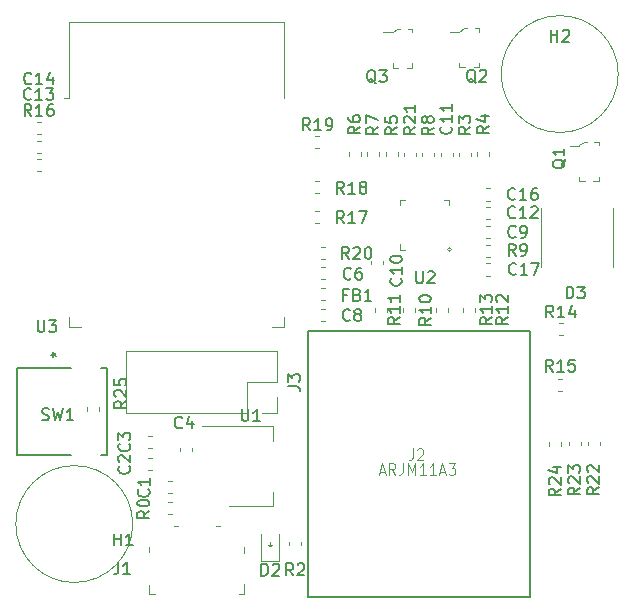
<source format=gbr>
G04 #@! TF.GenerationSoftware,KiCad,Pcbnew,(5.1.5)-3*
G04 #@! TF.CreationDate,2020-09-29T21:06:49-07:00*
G04 #@! TF.ProjectId,EsperDNS,45737065-7244-44e5-932e-6b696361645f,rev?*
G04 #@! TF.SameCoordinates,Original*
G04 #@! TF.FileFunction,Legend,Top*
G04 #@! TF.FilePolarity,Positive*
%FSLAX46Y46*%
G04 Gerber Fmt 4.6, Leading zero omitted, Abs format (unit mm)*
G04 Created by KiCad (PCBNEW (5.1.5)-3) date 2020-09-29 21:06:49*
%MOMM*%
%LPD*%
G04 APERTURE LIST*
%ADD10C,0.120000*%
%ADD11C,0.127000*%
%ADD12C,0.100000*%
%ADD13C,0.152400*%
%ADD14C,0.050000*%
%ADD15C,0.150000*%
G04 APERTURE END LIST*
D10*
X1800000Y-36950000D02*
G75*
G03X1800000Y-36950000I-4950000J0D01*
G01*
X42900000Y1150000D02*
G75*
G03X42900000Y1150000I-4950000J0D01*
G01*
X13550000Y-38700000D02*
X13400000Y-38850000D01*
X13250000Y-38700000D02*
X13550000Y-38700000D01*
X13400000Y-38850000D02*
X13250000Y-38700000D01*
X13400000Y-38450000D02*
X13400000Y-38850000D01*
D11*
X16650000Y-43100000D02*
X16650000Y-20600000D01*
X16650000Y-20600000D02*
X35400000Y-20600000D01*
X35400000Y-20600000D02*
X35400000Y-43100000D01*
X35400000Y-43100000D02*
X16650000Y-43100000D01*
D10*
X28765563Y-13710000D02*
G75*
G03X28765563Y-13710000I-155563J0D01*
G01*
X24390000Y-9490000D02*
X24390000Y-9965000D01*
X24865000Y-9490000D02*
X24390000Y-9490000D01*
X28610000Y-9490000D02*
X28610000Y-9965000D01*
X28135000Y-9490000D02*
X28610000Y-9490000D01*
X24390000Y-13710000D02*
X24390000Y-13235000D01*
X24865000Y-13710000D02*
X24390000Y-13710000D01*
D12*
X11250000Y-38900000D02*
X11250000Y-39400000D01*
X8850000Y-37150000D02*
X9150000Y-37150000D01*
X3150000Y-38900000D02*
X3150000Y-39350000D01*
X5300000Y-37150000D02*
X5600000Y-37150000D01*
X3150000Y-42100000D02*
X3150000Y-42900000D01*
X3150000Y-42900000D02*
X3650000Y-42900000D01*
X10800000Y-42900000D02*
X11250000Y-42900000D01*
X11250000Y-42900000D02*
X11250000Y-42050000D01*
D10*
X36200000Y-14870000D02*
G75*
G03X36200000Y-14870000I-100000J0D01*
G01*
X36400000Y-15170000D02*
X36400000Y-10170000D01*
X42500000Y-15170000D02*
X42500000Y-10170000D01*
D12*
X41245000Y-4590000D02*
X41245000Y-4890000D01*
X40870000Y-4590000D02*
X41245000Y-4590000D01*
X41245000Y-7890000D02*
X40795000Y-7890000D01*
X41245000Y-7590000D02*
X41245000Y-7890000D01*
X41245000Y-7665000D02*
X41245000Y-7540000D01*
X39595000Y-7890000D02*
X39595000Y-7540000D01*
X40070000Y-7890000D02*
X39595000Y-7890000D01*
X39595000Y-4915000D02*
X38820000Y-4915000D01*
X39595000Y-4865000D02*
X39595000Y-4915000D01*
X39970000Y-4590000D02*
X39595000Y-4865000D01*
X40245000Y-4590000D02*
X39970000Y-4590000D01*
X25455000Y5000000D02*
X25455000Y4700000D01*
X25080000Y5000000D02*
X25455000Y5000000D01*
X25455000Y1700000D02*
X25005000Y1700000D01*
X25455000Y2000000D02*
X25455000Y1700000D01*
X25455000Y1925000D02*
X25455000Y2050000D01*
X23805000Y1700000D02*
X23805000Y2050000D01*
X24280000Y1700000D02*
X23805000Y1700000D01*
X23805000Y4675000D02*
X23030000Y4675000D01*
X23805000Y4725000D02*
X23805000Y4675000D01*
X24180000Y5000000D02*
X23805000Y4725000D01*
X24455000Y5000000D02*
X24180000Y5000000D01*
X31115000Y5010000D02*
X31115000Y4710000D01*
X30740000Y5010000D02*
X31115000Y5010000D01*
X31115000Y1710000D02*
X30665000Y1710000D01*
X31115000Y2010000D02*
X31115000Y1710000D01*
X31115000Y1935000D02*
X31115000Y2060000D01*
X29465000Y1710000D02*
X29465000Y2060000D01*
X29940000Y1710000D02*
X29465000Y1710000D01*
X29465000Y4685000D02*
X28690000Y4685000D01*
X29465000Y4735000D02*
X29465000Y4685000D01*
X29840000Y5010000D02*
X29465000Y4735000D01*
X30115000Y5010000D02*
X29840000Y5010000D01*
D13*
X-867000Y-31083001D02*
X-412801Y-31083001D01*
X-3394326Y-23717001D02*
X-8020101Y-23717001D01*
X-412801Y-23717001D02*
X-867000Y-23717001D01*
X-412801Y-31083001D02*
X-412801Y-23717001D01*
X-8020101Y-31083001D02*
X-3394326Y-31083001D01*
X-8020101Y-23717001D02*
X-8020101Y-31083001D01*
D10*
X-2110000Y-27049721D02*
X-2110000Y-27375279D01*
X-1090000Y-27049721D02*
X-1090000Y-27375279D01*
X38090000Y-30342779D02*
X38090000Y-30017221D01*
X37070000Y-30342779D02*
X37070000Y-30017221D01*
X39715000Y-30297779D02*
X39715000Y-29972221D01*
X38695000Y-30297779D02*
X38695000Y-29972221D01*
X41340000Y-30297779D02*
X41340000Y-29972221D01*
X40320000Y-30297779D02*
X40320000Y-29972221D01*
X18062779Y-13490000D02*
X17737221Y-13490000D01*
X18062779Y-14510000D02*
X17737221Y-14510000D01*
X-3620000Y-905000D02*
X-4000000Y-905000D01*
X-3620000Y5515000D02*
X-3620000Y-905000D01*
X14620000Y5515000D02*
X14620000Y-905000D01*
X-3620000Y5515000D02*
X14620000Y5515000D01*
X14620000Y-20230000D02*
X13620000Y-20230000D01*
X14620000Y-19450000D02*
X14620000Y-20230000D01*
X-3620000Y-20230000D02*
X-2620000Y-20230000D01*
X-3620000Y-19450000D02*
X-3620000Y-20230000D01*
X25792000Y-5825279D02*
X25792000Y-5499721D01*
X24772000Y-5825279D02*
X24772000Y-5499721D01*
X31737221Y-15910000D02*
X32062779Y-15910000D01*
X31737221Y-14890000D02*
X32062779Y-14890000D01*
X31724721Y-9560000D02*
X32050279Y-9560000D01*
X31724721Y-8540000D02*
X32050279Y-8540000D01*
X17237221Y-5110000D02*
X17562779Y-5110000D01*
X17237221Y-4090000D02*
X17562779Y-4090000D01*
X17237221Y-8960000D02*
X17562779Y-8960000D01*
X17237221Y-7940000D02*
X17562779Y-7940000D01*
X17237221Y-11460000D02*
X17562779Y-11460000D01*
X17237221Y-10440000D02*
X17562779Y-10440000D01*
X-5974721Y-7060000D02*
X-6300279Y-7060000D01*
X-5974721Y-6040000D02*
X-6300279Y-6040000D01*
X37837221Y-25670000D02*
X38162779Y-25670000D01*
X37837221Y-24650000D02*
X38162779Y-24650000D01*
X38202779Y-19960000D02*
X37877221Y-19960000D01*
X38202779Y-20980000D02*
X37877221Y-20980000D01*
X28460000Y-18962779D02*
X28460000Y-18637221D01*
X27440000Y-18962779D02*
X27440000Y-18637221D01*
X30760000Y-18962779D02*
X30760000Y-18637221D01*
X29740000Y-18962779D02*
X29740000Y-18637221D01*
X23310000Y-18962779D02*
X23310000Y-18637221D01*
X22290000Y-18962779D02*
X22290000Y-18637221D01*
X25660000Y-18962779D02*
X25660000Y-18637221D01*
X24640000Y-18962779D02*
X24640000Y-18637221D01*
X31724721Y-14310000D02*
X32050279Y-14310000D01*
X31724721Y-13290000D02*
X32050279Y-13290000D01*
X27342000Y-5825279D02*
X27342000Y-5499721D01*
X26322000Y-5825279D02*
X26322000Y-5499721D01*
X21626000Y-5487221D02*
X21626000Y-5812779D01*
X22646000Y-5487221D02*
X22646000Y-5812779D01*
X20076000Y-5487221D02*
X20076000Y-5812779D01*
X21096000Y-5487221D02*
X21096000Y-5812779D01*
X23222000Y-5487221D02*
X23222000Y-5812779D01*
X24242000Y-5487221D02*
X24242000Y-5812779D01*
X31992000Y-5812779D02*
X31992000Y-5487221D01*
X30972000Y-5812779D02*
X30972000Y-5487221D01*
X30442000Y-5825279D02*
X30442000Y-5499721D01*
X29422000Y-5825279D02*
X29422000Y-5499721D01*
X-6300279Y-3960000D02*
X-5974721Y-3960000D01*
X-6300279Y-2940000D02*
X-5974721Y-2940000D01*
X-6300279Y-5510000D02*
X-5974721Y-5510000D01*
X-6300279Y-4490000D02*
X-5974721Y-4490000D01*
X31724721Y-11110000D02*
X32050279Y-11110000D01*
X31724721Y-10090000D02*
X32050279Y-10090000D01*
X28892000Y-5825279D02*
X28892000Y-5499721D01*
X27872000Y-5825279D02*
X27872000Y-5499721D01*
X21990000Y-14637221D02*
X21990000Y-14962779D01*
X23010000Y-14637221D02*
X23010000Y-14962779D01*
X31724721Y-12760000D02*
X32050279Y-12760000D01*
X31724721Y-11740000D02*
X32050279Y-11740000D01*
X18062779Y-18776000D02*
X17737221Y-18776000D01*
X18062779Y-19796000D02*
X17737221Y-19796000D01*
X13710000Y-35460000D02*
X13710000Y-34200000D01*
X13710000Y-28640000D02*
X13710000Y-29900000D01*
X9950000Y-35460000D02*
X13710000Y-35460000D01*
X7700000Y-28640000D02*
X13710000Y-28640000D01*
X14990000Y-38437221D02*
X14990000Y-38762779D01*
X16010000Y-38437221D02*
X16010000Y-38762779D01*
X5087779Y-36110000D02*
X4762221Y-36110000D01*
X5087779Y-35090000D02*
X4762221Y-35090000D01*
X14050000Y-26200000D02*
X14050000Y-27530000D01*
X14050000Y-27530000D02*
X12720000Y-27530000D01*
X14050000Y-24930000D02*
X11450000Y-24930000D01*
X11450000Y-24930000D02*
X11450000Y-27530000D01*
X11450000Y-27530000D02*
X1230000Y-27530000D01*
X1230000Y-22330000D02*
X1230000Y-27530000D01*
X14050000Y-22330000D02*
X1230000Y-22330000D01*
X14050000Y-22330000D02*
X14050000Y-24930000D01*
X18062779Y-16998000D02*
X17737221Y-16998000D01*
X18062779Y-18018000D02*
X17737221Y-18018000D01*
X14160000Y-40085000D02*
X14160000Y-37800000D01*
X12690000Y-40085000D02*
X14160000Y-40085000D01*
X12690000Y-37800000D02*
X12690000Y-40085000D01*
X18062779Y-15220000D02*
X17737221Y-15220000D01*
X18062779Y-16240000D02*
X17737221Y-16240000D01*
X6810000Y-30800279D02*
X6810000Y-30474721D01*
X5790000Y-30800279D02*
X5790000Y-30474721D01*
X3450279Y-30510000D02*
X3124721Y-30510000D01*
X3450279Y-29490000D02*
X3124721Y-29490000D01*
X3450279Y-32410000D02*
X3124721Y-32410000D01*
X3450279Y-31390000D02*
X3124721Y-31390000D01*
X5087779Y-34360000D02*
X4762221Y-34360000D01*
X5087779Y-33340000D02*
X4762221Y-33340000D01*
D14*
X25500000Y-30552380D02*
X25500000Y-31266666D01*
X25457142Y-31409523D01*
X25371428Y-31504761D01*
X25242857Y-31552380D01*
X25157142Y-31552380D01*
X25885714Y-30647619D02*
X25928571Y-30600000D01*
X26014285Y-30552380D01*
X26228571Y-30552380D01*
X26314285Y-30600000D01*
X26357142Y-30647619D01*
X26400000Y-30742857D01*
X26400000Y-30838095D01*
X26357142Y-30980952D01*
X25842857Y-31552380D01*
X26400000Y-31552380D01*
X22707142Y-32516666D02*
X23135714Y-32516666D01*
X22621428Y-32802380D02*
X22921428Y-31802380D01*
X23221428Y-32802380D01*
X24035714Y-32802380D02*
X23735714Y-32326190D01*
X23521428Y-32802380D02*
X23521428Y-31802380D01*
X23864285Y-31802380D01*
X23950000Y-31850000D01*
X23992857Y-31897619D01*
X24035714Y-31992857D01*
X24035714Y-32135714D01*
X23992857Y-32230952D01*
X23950000Y-32278571D01*
X23864285Y-32326190D01*
X23521428Y-32326190D01*
X24678571Y-31802380D02*
X24678571Y-32516666D01*
X24635714Y-32659523D01*
X24550000Y-32754761D01*
X24421428Y-32802380D01*
X24335714Y-32802380D01*
X25107142Y-32802380D02*
X25107142Y-31802380D01*
X25407142Y-32516666D01*
X25707142Y-31802380D01*
X25707142Y-32802380D01*
X26607142Y-32802380D02*
X26092857Y-32802380D01*
X26350000Y-32802380D02*
X26350000Y-31802380D01*
X26264285Y-31945238D01*
X26178571Y-32040476D01*
X26092857Y-32088095D01*
X27464285Y-32802380D02*
X26950000Y-32802380D01*
X27207142Y-32802380D02*
X27207142Y-31802380D01*
X27121428Y-31945238D01*
X27035714Y-32040476D01*
X26950000Y-32088095D01*
X27807142Y-32516666D02*
X28235714Y-32516666D01*
X27721428Y-32802380D02*
X28021428Y-31802380D01*
X28321428Y-32802380D01*
X28535714Y-31802380D02*
X29092857Y-31802380D01*
X28792857Y-32183333D01*
X28921428Y-32183333D01*
X29007142Y-32230952D01*
X29050000Y-32278571D01*
X29092857Y-32373809D01*
X29092857Y-32611904D01*
X29050000Y-32707142D01*
X29007142Y-32754761D01*
X28921428Y-32802380D01*
X28664285Y-32802380D01*
X28578571Y-32754761D01*
X28535714Y-32707142D01*
D15*
X25788095Y-15552380D02*
X25788095Y-16361904D01*
X25835714Y-16457142D01*
X25883333Y-16504761D01*
X25978571Y-16552380D01*
X26169047Y-16552380D01*
X26264285Y-16504761D01*
X26311904Y-16457142D01*
X26359523Y-16361904D01*
X26359523Y-15552380D01*
X26788095Y-15647619D02*
X26835714Y-15600000D01*
X26930952Y-15552380D01*
X27169047Y-15552380D01*
X27264285Y-15600000D01*
X27311904Y-15647619D01*
X27359523Y-15742857D01*
X27359523Y-15838095D01*
X27311904Y-15980952D01*
X26740476Y-16552380D01*
X27359523Y-16552380D01*
X566666Y-40202380D02*
X566666Y-40916666D01*
X519047Y-41059523D01*
X423809Y-41154761D01*
X280952Y-41202380D01*
X185714Y-41202380D01*
X1566666Y-41202380D02*
X995238Y-41202380D01*
X1280952Y-41202380D02*
X1280952Y-40202380D01*
X1185714Y-40345238D01*
X1090476Y-40440476D01*
X995238Y-40488095D01*
X38541904Y-17852380D02*
X38541904Y-16852380D01*
X38780000Y-16852380D01*
X38922857Y-16900000D01*
X39018095Y-16995238D01*
X39065714Y-17090476D01*
X39113333Y-17280952D01*
X39113333Y-17423809D01*
X39065714Y-17614285D01*
X39018095Y-17709523D01*
X38922857Y-17804761D01*
X38780000Y-17852380D01*
X38541904Y-17852380D01*
X39446666Y-16852380D02*
X40065714Y-16852380D01*
X39732380Y-17233333D01*
X39875238Y-17233333D01*
X39970476Y-17280952D01*
X40018095Y-17328571D01*
X40065714Y-17423809D01*
X40065714Y-17661904D01*
X40018095Y-17757142D01*
X39970476Y-17804761D01*
X39875238Y-17852380D01*
X39589523Y-17852380D01*
X39494285Y-17804761D01*
X39446666Y-17757142D01*
X38437618Y-6075238D02*
X38389999Y-6170476D01*
X38294760Y-6265714D01*
X38151903Y-6408571D01*
X38104284Y-6503809D01*
X38104284Y-6599047D01*
X38342379Y-6551428D02*
X38294760Y-6646666D01*
X38199522Y-6741904D01*
X38009046Y-6789523D01*
X37675713Y-6789523D01*
X37485237Y-6741904D01*
X37389999Y-6646666D01*
X37342379Y-6551428D01*
X37342379Y-6360952D01*
X37389999Y-6265714D01*
X37485237Y-6170476D01*
X37675713Y-6122857D01*
X38009046Y-6122857D01*
X38199522Y-6170476D01*
X38294760Y-6265714D01*
X38342379Y-6360952D01*
X38342379Y-6551428D01*
X38342379Y-5170476D02*
X38342379Y-5741904D01*
X38342379Y-5456190D02*
X37342379Y-5456190D01*
X37485237Y-5551428D01*
X37580475Y-5646666D01*
X37628094Y-5741904D01*
X22384761Y377380D02*
X22289523Y425000D01*
X22194285Y520238D01*
X22051428Y663095D01*
X21956190Y710714D01*
X21860952Y710714D01*
X21908571Y472619D02*
X21813333Y520238D01*
X21718095Y615476D01*
X21670476Y805952D01*
X21670476Y1139285D01*
X21718095Y1329761D01*
X21813333Y1425000D01*
X21908571Y1472619D01*
X22099047Y1472619D01*
X22194285Y1425000D01*
X22289523Y1329761D01*
X22337142Y1139285D01*
X22337142Y805952D01*
X22289523Y615476D01*
X22194285Y520238D01*
X22099047Y472619D01*
X21908571Y472619D01*
X22670476Y1472619D02*
X23289523Y1472619D01*
X22956190Y1091666D01*
X23099047Y1091666D01*
X23194285Y1044047D01*
X23241904Y996428D01*
X23289523Y901190D01*
X23289523Y663095D01*
X23241904Y567857D01*
X23194285Y520238D01*
X23099047Y472619D01*
X22813333Y472619D01*
X22718095Y520238D01*
X22670476Y567857D01*
X30839760Y422380D02*
X30744522Y470000D01*
X30649284Y565238D01*
X30506427Y708095D01*
X30411189Y755714D01*
X30315951Y755714D01*
X30363570Y517619D02*
X30268332Y565238D01*
X30173094Y660476D01*
X30125475Y850952D01*
X30125475Y1184285D01*
X30173094Y1374761D01*
X30268332Y1470000D01*
X30363570Y1517619D01*
X30554046Y1517619D01*
X30649284Y1470000D01*
X30744522Y1374761D01*
X30792141Y1184285D01*
X30792141Y850952D01*
X30744522Y660476D01*
X30649284Y565238D01*
X30554046Y517619D01*
X30363570Y517619D01*
X31173094Y1422380D02*
X31220713Y1470000D01*
X31315951Y1517619D01*
X31554046Y1517619D01*
X31649284Y1470000D01*
X31696903Y1422380D01*
X31744522Y1327142D01*
X31744522Y1231904D01*
X31696903Y1089047D01*
X31125475Y517619D01*
X31744522Y517619D01*
X-5883333Y-28104761D02*
X-5740476Y-28152380D01*
X-5502380Y-28152380D01*
X-5407142Y-28104761D01*
X-5359523Y-28057142D01*
X-5311904Y-27961904D01*
X-5311904Y-27866666D01*
X-5359523Y-27771428D01*
X-5407142Y-27723809D01*
X-5502380Y-27676190D01*
X-5692857Y-27628571D01*
X-5788095Y-27580952D01*
X-5835714Y-27533333D01*
X-5883333Y-27438095D01*
X-5883333Y-27342857D01*
X-5835714Y-27247619D01*
X-5788095Y-27200000D01*
X-5692857Y-27152380D01*
X-5454761Y-27152380D01*
X-5311904Y-27200000D01*
X-4978571Y-27152380D02*
X-4740476Y-28152380D01*
X-4550000Y-27438095D01*
X-4359523Y-28152380D01*
X-4121428Y-27152380D01*
X-3216666Y-28152380D02*
X-3788095Y-28152380D01*
X-3502380Y-28152380D02*
X-3502380Y-27152380D01*
X-3597619Y-27295238D01*
X-3692857Y-27390476D01*
X-3788095Y-27438095D01*
X-5097619Y-22610000D02*
X-4859523Y-22610000D01*
X-4954761Y-22848095D02*
X-4859523Y-22610000D01*
X-4954761Y-22371904D01*
X-4669047Y-22752857D02*
X-4859523Y-22610000D01*
X-4669047Y-22467142D01*
X-5097619Y-22610000D02*
X-4859523Y-22610000D01*
X-4954761Y-22848095D02*
X-4859523Y-22610000D01*
X-4954761Y-22371904D01*
X-4669047Y-22752857D02*
X-4859523Y-22610000D01*
X-4669047Y-22467142D01*
X37188095Y3897619D02*
X37188095Y4897619D01*
X37188095Y4421428D02*
X37759523Y4421428D01*
X37759523Y3897619D02*
X37759523Y4897619D01*
X38188095Y4802380D02*
X38235714Y4850000D01*
X38330952Y4897619D01*
X38569047Y4897619D01*
X38664285Y4850000D01*
X38711904Y4802380D01*
X38759523Y4707142D01*
X38759523Y4611904D01*
X38711904Y4469047D01*
X38140476Y3897619D01*
X38759523Y3897619D01*
X238095Y-38752380D02*
X238095Y-37752380D01*
X238095Y-38228571D02*
X809523Y-38228571D01*
X809523Y-38752380D02*
X809523Y-37752380D01*
X1809523Y-38752380D02*
X1238095Y-38752380D01*
X1523809Y-38752380D02*
X1523809Y-37752380D01*
X1428571Y-37895238D01*
X1333333Y-37990476D01*
X1238095Y-38038095D01*
X1252380Y-26542857D02*
X776190Y-26876190D01*
X1252380Y-27114285D02*
X252380Y-27114285D01*
X252380Y-26733333D01*
X299999Y-26638095D01*
X347619Y-26590476D01*
X442857Y-26542857D01*
X585714Y-26542857D01*
X680952Y-26590476D01*
X728571Y-26638095D01*
X776190Y-26733333D01*
X776190Y-27114285D01*
X347619Y-26161904D02*
X300000Y-26114285D01*
X252380Y-26019047D01*
X252380Y-25780952D01*
X300000Y-25685714D01*
X347619Y-25638095D01*
X442857Y-25590476D01*
X538095Y-25590476D01*
X680952Y-25638095D01*
X1252380Y-26209523D01*
X1252380Y-25590476D01*
X252380Y-24685714D02*
X252380Y-25161904D01*
X728571Y-25209523D01*
X680952Y-25161904D01*
X633333Y-25066666D01*
X633333Y-24828571D01*
X680952Y-24733333D01*
X728571Y-24685714D01*
X823809Y-24638095D01*
X1061904Y-24638095D01*
X1157142Y-24685714D01*
X1204761Y-24733333D01*
X1252380Y-24828571D01*
X1252380Y-25066666D01*
X1204761Y-25161904D01*
X1157142Y-25209523D01*
X38032380Y-33957857D02*
X37556190Y-34291190D01*
X38032380Y-34529285D02*
X37032380Y-34529285D01*
X37032380Y-34148333D01*
X37080000Y-34053095D01*
X37127619Y-34005476D01*
X37222857Y-33957857D01*
X37365714Y-33957857D01*
X37460952Y-34005476D01*
X37508571Y-34053095D01*
X37556190Y-34148333D01*
X37556190Y-34529285D01*
X37127619Y-33576904D02*
X37080000Y-33529285D01*
X37032380Y-33434047D01*
X37032380Y-33195952D01*
X37080000Y-33100714D01*
X37127619Y-33053095D01*
X37222857Y-33005476D01*
X37318095Y-33005476D01*
X37460952Y-33053095D01*
X38032380Y-33624523D01*
X38032380Y-33005476D01*
X37365714Y-32148333D02*
X38032380Y-32148333D01*
X36984761Y-32386428D02*
X37699047Y-32624523D01*
X37699047Y-32005476D01*
X39652380Y-33872857D02*
X39176190Y-34206190D01*
X39652380Y-34444285D02*
X38652380Y-34444285D01*
X38652380Y-34063333D01*
X38700000Y-33968095D01*
X38747619Y-33920476D01*
X38842857Y-33872857D01*
X38985714Y-33872857D01*
X39080952Y-33920476D01*
X39128571Y-33968095D01*
X39176190Y-34063333D01*
X39176190Y-34444285D01*
X38747619Y-33491904D02*
X38700000Y-33444285D01*
X38652380Y-33349047D01*
X38652380Y-33110952D01*
X38700000Y-33015714D01*
X38747619Y-32968095D01*
X38842857Y-32920476D01*
X38938095Y-32920476D01*
X39080952Y-32968095D01*
X39652380Y-33539523D01*
X39652380Y-32920476D01*
X38652380Y-32587142D02*
X38652380Y-31968095D01*
X39033333Y-32301428D01*
X39033333Y-32158571D01*
X39080952Y-32063333D01*
X39128571Y-32015714D01*
X39223809Y-31968095D01*
X39461904Y-31968095D01*
X39557142Y-32015714D01*
X39604761Y-32063333D01*
X39652380Y-32158571D01*
X39652380Y-32444285D01*
X39604761Y-32539523D01*
X39557142Y-32587142D01*
X41272380Y-33852857D02*
X40796190Y-34186190D01*
X41272380Y-34424285D02*
X40272380Y-34424285D01*
X40272380Y-34043333D01*
X40320000Y-33948095D01*
X40367619Y-33900476D01*
X40462857Y-33852857D01*
X40605714Y-33852857D01*
X40700952Y-33900476D01*
X40748571Y-33948095D01*
X40796190Y-34043333D01*
X40796190Y-34424285D01*
X40367619Y-33471904D02*
X40320000Y-33424285D01*
X40272380Y-33329047D01*
X40272380Y-33090952D01*
X40320000Y-32995714D01*
X40367619Y-32948095D01*
X40462857Y-32900476D01*
X40558095Y-32900476D01*
X40700952Y-32948095D01*
X41272380Y-33519523D01*
X41272380Y-32900476D01*
X40367619Y-32519523D02*
X40320000Y-32471904D01*
X40272380Y-32376666D01*
X40272380Y-32138571D01*
X40320000Y-32043333D01*
X40367619Y-31995714D01*
X40462857Y-31948095D01*
X40558095Y-31948095D01*
X40700952Y-31995714D01*
X41272380Y-32567142D01*
X41272380Y-31948095D01*
X20107142Y-14502380D02*
X19773809Y-14026190D01*
X19535714Y-14502380D02*
X19535714Y-13502380D01*
X19916666Y-13502380D01*
X20011904Y-13550000D01*
X20059523Y-13597619D01*
X20107142Y-13692857D01*
X20107142Y-13835714D01*
X20059523Y-13930952D01*
X20011904Y-13978571D01*
X19916666Y-14026190D01*
X19535714Y-14026190D01*
X20488095Y-13597619D02*
X20535714Y-13550000D01*
X20630952Y-13502380D01*
X20869047Y-13502380D01*
X20964285Y-13550000D01*
X21011904Y-13597619D01*
X21059523Y-13692857D01*
X21059523Y-13788095D01*
X21011904Y-13930952D01*
X20440476Y-14502380D01*
X21059523Y-14502380D01*
X21678571Y-13502380D02*
X21773809Y-13502380D01*
X21869047Y-13550000D01*
X21916666Y-13597619D01*
X21964285Y-13692857D01*
X22011904Y-13883333D01*
X22011904Y-14121428D01*
X21964285Y-14311904D01*
X21916666Y-14407142D01*
X21869047Y-14454761D01*
X21773809Y-14502380D01*
X21678571Y-14502380D01*
X21583333Y-14454761D01*
X21535714Y-14407142D01*
X21488095Y-14311904D01*
X21440476Y-14121428D01*
X21440476Y-13883333D01*
X21488095Y-13692857D01*
X21535714Y-13597619D01*
X21583333Y-13550000D01*
X21678571Y-13502380D01*
X-6261904Y-19677380D02*
X-6261904Y-20486904D01*
X-6214285Y-20582142D01*
X-6166666Y-20629761D01*
X-6071428Y-20677380D01*
X-5880952Y-20677380D01*
X-5785714Y-20629761D01*
X-5738095Y-20582142D01*
X-5690476Y-20486904D01*
X-5690476Y-19677380D01*
X-5309523Y-19677380D02*
X-4690476Y-19677380D01*
X-5023809Y-20058333D01*
X-4880952Y-20058333D01*
X-4785714Y-20105952D01*
X-4738095Y-20153571D01*
X-4690476Y-20248809D01*
X-4690476Y-20486904D01*
X-4738095Y-20582142D01*
X-4785714Y-20629761D01*
X-4880952Y-20677380D01*
X-5166666Y-20677380D01*
X-5261904Y-20629761D01*
X-5309523Y-20582142D01*
X25734380Y-3355357D02*
X25258190Y-3688690D01*
X25734380Y-3926785D02*
X24734380Y-3926785D01*
X24734380Y-3545833D01*
X24782000Y-3450595D01*
X24829619Y-3402976D01*
X24924857Y-3355357D01*
X25067714Y-3355357D01*
X25162952Y-3402976D01*
X25210571Y-3450595D01*
X25258190Y-3545833D01*
X25258190Y-3926785D01*
X24829619Y-2974404D02*
X24782000Y-2926785D01*
X24734380Y-2831547D01*
X24734380Y-2593452D01*
X24782000Y-2498214D01*
X24829619Y-2450595D01*
X24924857Y-2402976D01*
X25020095Y-2402976D01*
X25162952Y-2450595D01*
X25734380Y-3022023D01*
X25734380Y-2402976D01*
X25734380Y-1450595D02*
X25734380Y-2022023D01*
X25734380Y-1736309D02*
X24734380Y-1736309D01*
X24877238Y-1831547D01*
X24972476Y-1926785D01*
X25020095Y-2022023D01*
X34257142Y-15757142D02*
X34209523Y-15804761D01*
X34066666Y-15852380D01*
X33971428Y-15852380D01*
X33828571Y-15804761D01*
X33733333Y-15709523D01*
X33685714Y-15614285D01*
X33638095Y-15423809D01*
X33638095Y-15280952D01*
X33685714Y-15090476D01*
X33733333Y-14995238D01*
X33828571Y-14900000D01*
X33971428Y-14852380D01*
X34066666Y-14852380D01*
X34209523Y-14900000D01*
X34257142Y-14947619D01*
X35209523Y-15852380D02*
X34638095Y-15852380D01*
X34923809Y-15852380D02*
X34923809Y-14852380D01*
X34828571Y-14995238D01*
X34733333Y-15090476D01*
X34638095Y-15138095D01*
X35542857Y-14852380D02*
X36209523Y-14852380D01*
X35780952Y-15852380D01*
X34182142Y-9407142D02*
X34134523Y-9454761D01*
X33991666Y-9502380D01*
X33896428Y-9502380D01*
X33753571Y-9454761D01*
X33658333Y-9359523D01*
X33610714Y-9264285D01*
X33563095Y-9073809D01*
X33563095Y-8930952D01*
X33610714Y-8740476D01*
X33658333Y-8645238D01*
X33753571Y-8550000D01*
X33896428Y-8502380D01*
X33991666Y-8502380D01*
X34134523Y-8550000D01*
X34182142Y-8597619D01*
X35134523Y-9502380D02*
X34563095Y-9502380D01*
X34848809Y-9502380D02*
X34848809Y-8502380D01*
X34753571Y-8645238D01*
X34658333Y-8740476D01*
X34563095Y-8788095D01*
X35991666Y-8502380D02*
X35801190Y-8502380D01*
X35705952Y-8550000D01*
X35658333Y-8597619D01*
X35563095Y-8740476D01*
X35515476Y-8930952D01*
X35515476Y-9311904D01*
X35563095Y-9407142D01*
X35610714Y-9454761D01*
X35705952Y-9502380D01*
X35896428Y-9502380D01*
X35991666Y-9454761D01*
X36039285Y-9407142D01*
X36086904Y-9311904D01*
X36086904Y-9073809D01*
X36039285Y-8978571D01*
X35991666Y-8930952D01*
X35896428Y-8883333D01*
X35705952Y-8883333D01*
X35610714Y-8930952D01*
X35563095Y-8978571D01*
X35515476Y-9073809D01*
X16807142Y-3602380D02*
X16473809Y-3126190D01*
X16235714Y-3602380D02*
X16235714Y-2602380D01*
X16616666Y-2602380D01*
X16711904Y-2650000D01*
X16759523Y-2697619D01*
X16807142Y-2792857D01*
X16807142Y-2935714D01*
X16759523Y-3030952D01*
X16711904Y-3078571D01*
X16616666Y-3126190D01*
X16235714Y-3126190D01*
X17759523Y-3602380D02*
X17188095Y-3602380D01*
X17473809Y-3602380D02*
X17473809Y-2602380D01*
X17378571Y-2745238D01*
X17283333Y-2840476D01*
X17188095Y-2888095D01*
X18235714Y-3602380D02*
X18426190Y-3602380D01*
X18521428Y-3554761D01*
X18569047Y-3507142D01*
X18664285Y-3364285D01*
X18711904Y-3173809D01*
X18711904Y-2792857D01*
X18664285Y-2697619D01*
X18616666Y-2650000D01*
X18521428Y-2602380D01*
X18330952Y-2602380D01*
X18235714Y-2650000D01*
X18188095Y-2697619D01*
X18140476Y-2792857D01*
X18140476Y-3030952D01*
X18188095Y-3126190D01*
X18235714Y-3173809D01*
X18330952Y-3221428D01*
X18521428Y-3221428D01*
X18616666Y-3173809D01*
X18664285Y-3126190D01*
X18711904Y-3030952D01*
X19682142Y-8977380D02*
X19348809Y-8501190D01*
X19110714Y-8977380D02*
X19110714Y-7977380D01*
X19491666Y-7977380D01*
X19586904Y-8025000D01*
X19634523Y-8072619D01*
X19682142Y-8167857D01*
X19682142Y-8310714D01*
X19634523Y-8405952D01*
X19586904Y-8453571D01*
X19491666Y-8501190D01*
X19110714Y-8501190D01*
X20634523Y-8977380D02*
X20063095Y-8977380D01*
X20348809Y-8977380D02*
X20348809Y-7977380D01*
X20253571Y-8120238D01*
X20158333Y-8215476D01*
X20063095Y-8263095D01*
X21205952Y-8405952D02*
X21110714Y-8358333D01*
X21063095Y-8310714D01*
X21015476Y-8215476D01*
X21015476Y-8167857D01*
X21063095Y-8072619D01*
X21110714Y-8025000D01*
X21205952Y-7977380D01*
X21396428Y-7977380D01*
X21491666Y-8025000D01*
X21539285Y-8072619D01*
X21586904Y-8167857D01*
X21586904Y-8215476D01*
X21539285Y-8310714D01*
X21491666Y-8358333D01*
X21396428Y-8405952D01*
X21205952Y-8405952D01*
X21110714Y-8453571D01*
X21063095Y-8501190D01*
X21015476Y-8596428D01*
X21015476Y-8786904D01*
X21063095Y-8882142D01*
X21110714Y-8929761D01*
X21205952Y-8977380D01*
X21396428Y-8977380D01*
X21491666Y-8929761D01*
X21539285Y-8882142D01*
X21586904Y-8786904D01*
X21586904Y-8596428D01*
X21539285Y-8501190D01*
X21491666Y-8453571D01*
X21396428Y-8405952D01*
X19682142Y-11477380D02*
X19348809Y-11001190D01*
X19110714Y-11477380D02*
X19110714Y-10477380D01*
X19491666Y-10477380D01*
X19586904Y-10525000D01*
X19634523Y-10572619D01*
X19682142Y-10667857D01*
X19682142Y-10810714D01*
X19634523Y-10905952D01*
X19586904Y-10953571D01*
X19491666Y-11001190D01*
X19110714Y-11001190D01*
X20634523Y-11477380D02*
X20063095Y-11477380D01*
X20348809Y-11477380D02*
X20348809Y-10477380D01*
X20253571Y-10620238D01*
X20158333Y-10715476D01*
X20063095Y-10763095D01*
X20967857Y-10477380D02*
X21634523Y-10477380D01*
X21205952Y-11477380D01*
X-6792857Y-2402380D02*
X-7126190Y-1926190D01*
X-7364285Y-2402380D02*
X-7364285Y-1402380D01*
X-6983333Y-1402380D01*
X-6888095Y-1450000D01*
X-6840476Y-1497619D01*
X-6792857Y-1592857D01*
X-6792857Y-1735714D01*
X-6840476Y-1830952D01*
X-6888095Y-1878571D01*
X-6983333Y-1926190D01*
X-7364285Y-1926190D01*
X-5840476Y-2402380D02*
X-6411904Y-2402380D01*
X-6126190Y-2402380D02*
X-6126190Y-1402380D01*
X-6221428Y-1545238D01*
X-6316666Y-1640476D01*
X-6411904Y-1688095D01*
X-4983333Y-1402380D02*
X-5173809Y-1402380D01*
X-5269047Y-1450000D01*
X-5316666Y-1497619D01*
X-5411904Y-1640476D01*
X-5459523Y-1830952D01*
X-5459523Y-2211904D01*
X-5411904Y-2307142D01*
X-5364285Y-2354761D01*
X-5269047Y-2402380D01*
X-5078571Y-2402380D01*
X-4983333Y-2354761D01*
X-4935714Y-2307142D01*
X-4888095Y-2211904D01*
X-4888095Y-1973809D01*
X-4935714Y-1878571D01*
X-4983333Y-1830952D01*
X-5078571Y-1783333D01*
X-5269047Y-1783333D01*
X-5364285Y-1830952D01*
X-5411904Y-1878571D01*
X-5459523Y-1973809D01*
X37357142Y-24042380D02*
X37023809Y-23566190D01*
X36785714Y-24042380D02*
X36785714Y-23042380D01*
X37166666Y-23042380D01*
X37261904Y-23090000D01*
X37309523Y-23137619D01*
X37357142Y-23232857D01*
X37357142Y-23375714D01*
X37309523Y-23470952D01*
X37261904Y-23518571D01*
X37166666Y-23566190D01*
X36785714Y-23566190D01*
X38309523Y-24042380D02*
X37738095Y-24042380D01*
X38023809Y-24042380D02*
X38023809Y-23042380D01*
X37928571Y-23185238D01*
X37833333Y-23280476D01*
X37738095Y-23328095D01*
X39214285Y-23042380D02*
X38738095Y-23042380D01*
X38690476Y-23518571D01*
X38738095Y-23470952D01*
X38833333Y-23423333D01*
X39071428Y-23423333D01*
X39166666Y-23470952D01*
X39214285Y-23518571D01*
X39261904Y-23613809D01*
X39261904Y-23851904D01*
X39214285Y-23947142D01*
X39166666Y-23994761D01*
X39071428Y-24042380D01*
X38833333Y-24042380D01*
X38738095Y-23994761D01*
X38690476Y-23947142D01*
X37402142Y-19462380D02*
X37068809Y-18986190D01*
X36830714Y-19462380D02*
X36830714Y-18462380D01*
X37211666Y-18462380D01*
X37306904Y-18510000D01*
X37354523Y-18557619D01*
X37402142Y-18652857D01*
X37402142Y-18795714D01*
X37354523Y-18890952D01*
X37306904Y-18938571D01*
X37211666Y-18986190D01*
X36830714Y-18986190D01*
X38354523Y-19462380D02*
X37783095Y-19462380D01*
X38068809Y-19462380D02*
X38068809Y-18462380D01*
X37973571Y-18605238D01*
X37878333Y-18700476D01*
X37783095Y-18748095D01*
X39211666Y-18795714D02*
X39211666Y-19462380D01*
X38973571Y-18414761D02*
X38735476Y-19129047D01*
X39354523Y-19129047D01*
X32202380Y-19442857D02*
X31726190Y-19776190D01*
X32202380Y-20014285D02*
X31202380Y-20014285D01*
X31202380Y-19633333D01*
X31250000Y-19538095D01*
X31297619Y-19490476D01*
X31392857Y-19442857D01*
X31535714Y-19442857D01*
X31630952Y-19490476D01*
X31678571Y-19538095D01*
X31726190Y-19633333D01*
X31726190Y-20014285D01*
X32202380Y-18490476D02*
X32202380Y-19061904D01*
X32202380Y-18776190D02*
X31202380Y-18776190D01*
X31345238Y-18871428D01*
X31440476Y-18966666D01*
X31488095Y-19061904D01*
X31202380Y-18157142D02*
X31202380Y-17538095D01*
X31583333Y-17871428D01*
X31583333Y-17728571D01*
X31630952Y-17633333D01*
X31678571Y-17585714D01*
X31773809Y-17538095D01*
X32011904Y-17538095D01*
X32107142Y-17585714D01*
X32154761Y-17633333D01*
X32202380Y-17728571D01*
X32202380Y-18014285D01*
X32154761Y-18109523D01*
X32107142Y-18157142D01*
X33552380Y-19442857D02*
X33076190Y-19776190D01*
X33552380Y-20014285D02*
X32552380Y-20014285D01*
X32552380Y-19633333D01*
X32600000Y-19538095D01*
X32647619Y-19490476D01*
X32742857Y-19442857D01*
X32885714Y-19442857D01*
X32980952Y-19490476D01*
X33028571Y-19538095D01*
X33076190Y-19633333D01*
X33076190Y-20014285D01*
X33552380Y-18490476D02*
X33552380Y-19061904D01*
X33552380Y-18776190D02*
X32552380Y-18776190D01*
X32695238Y-18871428D01*
X32790476Y-18966666D01*
X32838095Y-19061904D01*
X32647619Y-18109523D02*
X32600000Y-18061904D01*
X32552380Y-17966666D01*
X32552380Y-17728571D01*
X32600000Y-17633333D01*
X32647619Y-17585714D01*
X32742857Y-17538095D01*
X32838095Y-17538095D01*
X32980952Y-17585714D01*
X33552380Y-18157142D01*
X33552380Y-17538095D01*
X24402380Y-19442857D02*
X23926190Y-19776190D01*
X24402380Y-20014285D02*
X23402380Y-20014285D01*
X23402380Y-19633333D01*
X23450000Y-19538095D01*
X23497619Y-19490476D01*
X23592857Y-19442857D01*
X23735714Y-19442857D01*
X23830952Y-19490476D01*
X23878571Y-19538095D01*
X23926190Y-19633333D01*
X23926190Y-20014285D01*
X24402380Y-18490476D02*
X24402380Y-19061904D01*
X24402380Y-18776190D02*
X23402380Y-18776190D01*
X23545238Y-18871428D01*
X23640476Y-18966666D01*
X23688095Y-19061904D01*
X24402380Y-17538095D02*
X24402380Y-18109523D01*
X24402380Y-17823809D02*
X23402380Y-17823809D01*
X23545238Y-17919047D01*
X23640476Y-18014285D01*
X23688095Y-18109523D01*
X27052380Y-19492857D02*
X26576190Y-19826190D01*
X27052380Y-20064285D02*
X26052380Y-20064285D01*
X26052380Y-19683333D01*
X26100000Y-19588095D01*
X26147619Y-19540476D01*
X26242857Y-19492857D01*
X26385714Y-19492857D01*
X26480952Y-19540476D01*
X26528571Y-19588095D01*
X26576190Y-19683333D01*
X26576190Y-20064285D01*
X27052380Y-18540476D02*
X27052380Y-19111904D01*
X27052380Y-18826190D02*
X26052380Y-18826190D01*
X26195238Y-18921428D01*
X26290476Y-19016666D01*
X26338095Y-19111904D01*
X26052380Y-17921428D02*
X26052380Y-17826190D01*
X26100000Y-17730952D01*
X26147619Y-17683333D01*
X26242857Y-17635714D01*
X26433333Y-17588095D01*
X26671428Y-17588095D01*
X26861904Y-17635714D01*
X26957142Y-17683333D01*
X27004761Y-17730952D01*
X27052380Y-17826190D01*
X27052380Y-17921428D01*
X27004761Y-18016666D01*
X26957142Y-18064285D01*
X26861904Y-18111904D01*
X26671428Y-18159523D01*
X26433333Y-18159523D01*
X26242857Y-18111904D01*
X26147619Y-18064285D01*
X26100000Y-18016666D01*
X26052380Y-17921428D01*
X34208333Y-14252380D02*
X33875000Y-13776190D01*
X33636904Y-14252380D02*
X33636904Y-13252380D01*
X34017857Y-13252380D01*
X34113095Y-13300000D01*
X34160714Y-13347619D01*
X34208333Y-13442857D01*
X34208333Y-13585714D01*
X34160714Y-13680952D01*
X34113095Y-13728571D01*
X34017857Y-13776190D01*
X33636904Y-13776190D01*
X34684523Y-14252380D02*
X34875000Y-14252380D01*
X34970238Y-14204761D01*
X35017857Y-14157142D01*
X35113095Y-14014285D01*
X35160714Y-13823809D01*
X35160714Y-13442857D01*
X35113095Y-13347619D01*
X35065476Y-13300000D01*
X34970238Y-13252380D01*
X34779761Y-13252380D01*
X34684523Y-13300000D01*
X34636904Y-13347619D01*
X34589285Y-13442857D01*
X34589285Y-13680952D01*
X34636904Y-13776190D01*
X34684523Y-13823809D01*
X34779761Y-13871428D01*
X34970238Y-13871428D01*
X35065476Y-13823809D01*
X35113095Y-13776190D01*
X35160714Y-13680952D01*
X27284380Y-3379166D02*
X26808190Y-3712500D01*
X27284380Y-3950595D02*
X26284380Y-3950595D01*
X26284380Y-3569642D01*
X26332000Y-3474404D01*
X26379619Y-3426785D01*
X26474857Y-3379166D01*
X26617714Y-3379166D01*
X26712952Y-3426785D01*
X26760571Y-3474404D01*
X26808190Y-3569642D01*
X26808190Y-3950595D01*
X26712952Y-2807738D02*
X26665333Y-2902976D01*
X26617714Y-2950595D01*
X26522476Y-2998214D01*
X26474857Y-2998214D01*
X26379619Y-2950595D01*
X26332000Y-2902976D01*
X26284380Y-2807738D01*
X26284380Y-2617261D01*
X26332000Y-2522023D01*
X26379619Y-2474404D01*
X26474857Y-2426785D01*
X26522476Y-2426785D01*
X26617714Y-2474404D01*
X26665333Y-2522023D01*
X26712952Y-2617261D01*
X26712952Y-2807738D01*
X26760571Y-2902976D01*
X26808190Y-2950595D01*
X26903428Y-2998214D01*
X27093904Y-2998214D01*
X27189142Y-2950595D01*
X27236761Y-2902976D01*
X27284380Y-2807738D01*
X27284380Y-2617261D01*
X27236761Y-2522023D01*
X27189142Y-2474404D01*
X27093904Y-2426785D01*
X26903428Y-2426785D01*
X26808190Y-2474404D01*
X26760571Y-2522023D01*
X26712952Y-2617261D01*
X22588380Y-3329166D02*
X22112190Y-3662500D01*
X22588380Y-3900595D02*
X21588380Y-3900595D01*
X21588380Y-3519642D01*
X21636000Y-3424404D01*
X21683619Y-3376785D01*
X21778857Y-3329166D01*
X21921714Y-3329166D01*
X22016952Y-3376785D01*
X22064571Y-3424404D01*
X22112190Y-3519642D01*
X22112190Y-3900595D01*
X21588380Y-2995833D02*
X21588380Y-2329166D01*
X22588380Y-2757738D01*
X21038380Y-3304166D02*
X20562190Y-3637500D01*
X21038380Y-3875595D02*
X20038380Y-3875595D01*
X20038380Y-3494642D01*
X20086000Y-3399404D01*
X20133619Y-3351785D01*
X20228857Y-3304166D01*
X20371714Y-3304166D01*
X20466952Y-3351785D01*
X20514571Y-3399404D01*
X20562190Y-3494642D01*
X20562190Y-3875595D01*
X20038380Y-2447023D02*
X20038380Y-2637500D01*
X20086000Y-2732738D01*
X20133619Y-2780357D01*
X20276476Y-2875595D01*
X20466952Y-2923214D01*
X20847904Y-2923214D01*
X20943142Y-2875595D01*
X20990761Y-2827976D01*
X21038380Y-2732738D01*
X21038380Y-2542261D01*
X20990761Y-2447023D01*
X20943142Y-2399404D01*
X20847904Y-2351785D01*
X20609809Y-2351785D01*
X20514571Y-2399404D01*
X20466952Y-2447023D01*
X20419333Y-2542261D01*
X20419333Y-2732738D01*
X20466952Y-2827976D01*
X20514571Y-2875595D01*
X20609809Y-2923214D01*
X24184380Y-3366666D02*
X23708190Y-3700000D01*
X24184380Y-3938095D02*
X23184380Y-3938095D01*
X23184380Y-3557142D01*
X23232000Y-3461904D01*
X23279619Y-3414285D01*
X23374857Y-3366666D01*
X23517714Y-3366666D01*
X23612952Y-3414285D01*
X23660571Y-3461904D01*
X23708190Y-3557142D01*
X23708190Y-3938095D01*
X23184380Y-2461904D02*
X23184380Y-2938095D01*
X23660571Y-2985714D01*
X23612952Y-2938095D01*
X23565333Y-2842857D01*
X23565333Y-2604761D01*
X23612952Y-2509523D01*
X23660571Y-2461904D01*
X23755809Y-2414285D01*
X23993904Y-2414285D01*
X24089142Y-2461904D01*
X24136761Y-2509523D01*
X24184380Y-2604761D01*
X24184380Y-2842857D01*
X24136761Y-2938095D01*
X24089142Y-2985714D01*
X31934380Y-3254166D02*
X31458190Y-3587500D01*
X31934380Y-3825595D02*
X30934380Y-3825595D01*
X30934380Y-3444642D01*
X30982000Y-3349404D01*
X31029619Y-3301785D01*
X31124857Y-3254166D01*
X31267714Y-3254166D01*
X31362952Y-3301785D01*
X31410571Y-3349404D01*
X31458190Y-3444642D01*
X31458190Y-3825595D01*
X31267714Y-2397023D02*
X31934380Y-2397023D01*
X30886761Y-2635119D02*
X31601047Y-2873214D01*
X31601047Y-2254166D01*
X30384380Y-3316666D02*
X29908190Y-3650000D01*
X30384380Y-3888095D02*
X29384380Y-3888095D01*
X29384380Y-3507142D01*
X29432000Y-3411904D01*
X29479619Y-3364285D01*
X29574857Y-3316666D01*
X29717714Y-3316666D01*
X29812952Y-3364285D01*
X29860571Y-3411904D01*
X29908190Y-3507142D01*
X29908190Y-3888095D01*
X29384380Y-2983333D02*
X29384380Y-2364285D01*
X29765333Y-2697619D01*
X29765333Y-2554761D01*
X29812952Y-2459523D01*
X29860571Y-2411904D01*
X29955809Y-2364285D01*
X30193904Y-2364285D01*
X30289142Y-2411904D01*
X30336761Y-2459523D01*
X30384380Y-2554761D01*
X30384380Y-2840476D01*
X30336761Y-2935714D01*
X30289142Y-2983333D01*
X-6792857Y367857D02*
X-6840476Y320238D01*
X-6983333Y272619D01*
X-7078571Y272619D01*
X-7221428Y320238D01*
X-7316666Y415476D01*
X-7364285Y510714D01*
X-7411904Y701190D01*
X-7411904Y844047D01*
X-7364285Y1034523D01*
X-7316666Y1129761D01*
X-7221428Y1225000D01*
X-7078571Y1272619D01*
X-6983333Y1272619D01*
X-6840476Y1225000D01*
X-6792857Y1177380D01*
X-5840476Y272619D02*
X-6411904Y272619D01*
X-6126190Y272619D02*
X-6126190Y1272619D01*
X-6221428Y1129761D01*
X-6316666Y1034523D01*
X-6411904Y986904D01*
X-4983333Y939285D02*
X-4983333Y272619D01*
X-5221428Y1320238D02*
X-5459523Y605952D01*
X-4840476Y605952D01*
X-6817857Y-957142D02*
X-6865476Y-1004761D01*
X-7008333Y-1052380D01*
X-7103571Y-1052380D01*
X-7246428Y-1004761D01*
X-7341666Y-909523D01*
X-7389285Y-814285D01*
X-7436904Y-623809D01*
X-7436904Y-480952D01*
X-7389285Y-290476D01*
X-7341666Y-195238D01*
X-7246428Y-100000D01*
X-7103571Y-52380D01*
X-7008333Y-52380D01*
X-6865476Y-100000D01*
X-6817857Y-147619D01*
X-5865476Y-1052380D02*
X-6436904Y-1052380D01*
X-6151190Y-1052380D02*
X-6151190Y-52380D01*
X-6246428Y-195238D01*
X-6341666Y-290476D01*
X-6436904Y-338095D01*
X-5532142Y-52380D02*
X-4913095Y-52380D01*
X-5246428Y-433333D01*
X-5103571Y-433333D01*
X-5008333Y-480952D01*
X-4960714Y-528571D01*
X-4913095Y-623809D01*
X-4913095Y-861904D01*
X-4960714Y-957142D01*
X-5008333Y-1004761D01*
X-5103571Y-1052380D01*
X-5389285Y-1052380D01*
X-5484523Y-1004761D01*
X-5532142Y-957142D01*
X34182142Y-10957142D02*
X34134523Y-11004761D01*
X33991666Y-11052380D01*
X33896428Y-11052380D01*
X33753571Y-11004761D01*
X33658333Y-10909523D01*
X33610714Y-10814285D01*
X33563095Y-10623809D01*
X33563095Y-10480952D01*
X33610714Y-10290476D01*
X33658333Y-10195238D01*
X33753571Y-10100000D01*
X33896428Y-10052380D01*
X33991666Y-10052380D01*
X34134523Y-10100000D01*
X34182142Y-10147619D01*
X35134523Y-11052380D02*
X34563095Y-11052380D01*
X34848809Y-11052380D02*
X34848809Y-10052380D01*
X34753571Y-10195238D01*
X34658333Y-10290476D01*
X34563095Y-10338095D01*
X35515476Y-10147619D02*
X35563095Y-10100000D01*
X35658333Y-10052380D01*
X35896428Y-10052380D01*
X35991666Y-10100000D01*
X36039285Y-10147619D01*
X36086904Y-10242857D01*
X36086904Y-10338095D01*
X36039285Y-10480952D01*
X35467857Y-11052380D01*
X36086904Y-11052380D01*
X28739142Y-3305357D02*
X28786761Y-3352976D01*
X28834380Y-3495833D01*
X28834380Y-3591071D01*
X28786761Y-3733928D01*
X28691523Y-3829166D01*
X28596285Y-3876785D01*
X28405809Y-3924404D01*
X28262952Y-3924404D01*
X28072476Y-3876785D01*
X27977238Y-3829166D01*
X27882000Y-3733928D01*
X27834380Y-3591071D01*
X27834380Y-3495833D01*
X27882000Y-3352976D01*
X27929619Y-3305357D01*
X28834380Y-2352976D02*
X28834380Y-2924404D01*
X28834380Y-2638690D02*
X27834380Y-2638690D01*
X27977238Y-2733928D01*
X28072476Y-2829166D01*
X28120095Y-2924404D01*
X28834380Y-1400595D02*
X28834380Y-1972023D01*
X28834380Y-1686309D02*
X27834380Y-1686309D01*
X27977238Y-1781547D01*
X28072476Y-1876785D01*
X28120095Y-1972023D01*
X24507142Y-16142857D02*
X24554761Y-16190476D01*
X24602380Y-16333333D01*
X24602380Y-16428571D01*
X24554761Y-16571428D01*
X24459523Y-16666666D01*
X24364285Y-16714285D01*
X24173809Y-16761904D01*
X24030952Y-16761904D01*
X23840476Y-16714285D01*
X23745238Y-16666666D01*
X23650000Y-16571428D01*
X23602380Y-16428571D01*
X23602380Y-16333333D01*
X23650000Y-16190476D01*
X23697619Y-16142857D01*
X24602380Y-15190476D02*
X24602380Y-15761904D01*
X24602380Y-15476190D02*
X23602380Y-15476190D01*
X23745238Y-15571428D01*
X23840476Y-15666666D01*
X23888095Y-15761904D01*
X23602380Y-14571428D02*
X23602380Y-14476190D01*
X23650000Y-14380952D01*
X23697619Y-14333333D01*
X23792857Y-14285714D01*
X23983333Y-14238095D01*
X24221428Y-14238095D01*
X24411904Y-14285714D01*
X24507142Y-14333333D01*
X24554761Y-14380952D01*
X24602380Y-14476190D01*
X24602380Y-14571428D01*
X24554761Y-14666666D01*
X24507142Y-14714285D01*
X24411904Y-14761904D01*
X24221428Y-14809523D01*
X23983333Y-14809523D01*
X23792857Y-14761904D01*
X23697619Y-14714285D01*
X23650000Y-14666666D01*
X23602380Y-14571428D01*
X34208333Y-12607142D02*
X34160714Y-12654761D01*
X34017857Y-12702380D01*
X33922619Y-12702380D01*
X33779761Y-12654761D01*
X33684523Y-12559523D01*
X33636904Y-12464285D01*
X33589285Y-12273809D01*
X33589285Y-12130952D01*
X33636904Y-11940476D01*
X33684523Y-11845238D01*
X33779761Y-11750000D01*
X33922619Y-11702380D01*
X34017857Y-11702380D01*
X34160714Y-11750000D01*
X34208333Y-11797619D01*
X34684523Y-12702380D02*
X34875000Y-12702380D01*
X34970238Y-12654761D01*
X35017857Y-12607142D01*
X35113095Y-12464285D01*
X35160714Y-12273809D01*
X35160714Y-11892857D01*
X35113095Y-11797619D01*
X35065476Y-11750000D01*
X34970238Y-11702380D01*
X34779761Y-11702380D01*
X34684523Y-11750000D01*
X34636904Y-11797619D01*
X34589285Y-11892857D01*
X34589285Y-12130952D01*
X34636904Y-12226190D01*
X34684523Y-12273809D01*
X34779761Y-12321428D01*
X34970238Y-12321428D01*
X35065476Y-12273809D01*
X35113095Y-12226190D01*
X35160714Y-12130952D01*
X20183333Y-19657142D02*
X20135714Y-19704761D01*
X19992857Y-19752380D01*
X19897619Y-19752380D01*
X19754761Y-19704761D01*
X19659523Y-19609523D01*
X19611904Y-19514285D01*
X19564285Y-19323809D01*
X19564285Y-19180952D01*
X19611904Y-18990476D01*
X19659523Y-18895238D01*
X19754761Y-18800000D01*
X19897619Y-18752380D01*
X19992857Y-18752380D01*
X20135714Y-18800000D01*
X20183333Y-18847619D01*
X20754761Y-19180952D02*
X20659523Y-19133333D01*
X20611904Y-19085714D01*
X20564285Y-18990476D01*
X20564285Y-18942857D01*
X20611904Y-18847619D01*
X20659523Y-18800000D01*
X20754761Y-18752380D01*
X20945238Y-18752380D01*
X21040476Y-18800000D01*
X21088095Y-18847619D01*
X21135714Y-18942857D01*
X21135714Y-18990476D01*
X21088095Y-19085714D01*
X21040476Y-19133333D01*
X20945238Y-19180952D01*
X20754761Y-19180952D01*
X20659523Y-19228571D01*
X20611904Y-19276190D01*
X20564285Y-19371428D01*
X20564285Y-19561904D01*
X20611904Y-19657142D01*
X20659523Y-19704761D01*
X20754761Y-19752380D01*
X20945238Y-19752380D01*
X21040476Y-19704761D01*
X21088095Y-19657142D01*
X21135714Y-19561904D01*
X21135714Y-19371428D01*
X21088095Y-19276190D01*
X21040476Y-19228571D01*
X20945238Y-19180952D01*
X11013095Y-27227380D02*
X11013095Y-28036904D01*
X11060714Y-28132142D01*
X11108333Y-28179761D01*
X11203571Y-28227380D01*
X11394047Y-28227380D01*
X11489285Y-28179761D01*
X11536904Y-28132142D01*
X11584523Y-28036904D01*
X11584523Y-27227380D01*
X12584523Y-28227380D02*
X12013095Y-28227380D01*
X12298809Y-28227380D02*
X12298809Y-27227380D01*
X12203571Y-27370238D01*
X12108333Y-27465476D01*
X12013095Y-27513095D01*
X15383333Y-41289880D02*
X15050000Y-40813690D01*
X14811904Y-41289880D02*
X14811904Y-40289880D01*
X15192857Y-40289880D01*
X15288095Y-40337500D01*
X15335714Y-40385119D01*
X15383333Y-40480357D01*
X15383333Y-40623214D01*
X15335714Y-40718452D01*
X15288095Y-40766071D01*
X15192857Y-40813690D01*
X14811904Y-40813690D01*
X15764285Y-40385119D02*
X15811904Y-40337500D01*
X15907142Y-40289880D01*
X16145238Y-40289880D01*
X16240476Y-40337500D01*
X16288095Y-40385119D01*
X16335714Y-40480357D01*
X16335714Y-40575595D01*
X16288095Y-40718452D01*
X15716666Y-41289880D01*
X16335714Y-41289880D01*
X3202380Y-35841666D02*
X2726190Y-36175000D01*
X3202380Y-36413095D02*
X2202380Y-36413095D01*
X2202380Y-36032142D01*
X2250000Y-35936904D01*
X2297619Y-35889285D01*
X2392857Y-35841666D01*
X2535714Y-35841666D01*
X2630952Y-35889285D01*
X2678571Y-35936904D01*
X2726190Y-36032142D01*
X2726190Y-36413095D01*
X2202380Y-35222619D02*
X2202380Y-35127380D01*
X2250000Y-35032142D01*
X2297619Y-34984523D01*
X2392857Y-34936904D01*
X2583333Y-34889285D01*
X2821428Y-34889285D01*
X3011904Y-34936904D01*
X3107142Y-34984523D01*
X3154761Y-35032142D01*
X3202380Y-35127380D01*
X3202380Y-35222619D01*
X3154761Y-35317857D01*
X3107142Y-35365476D01*
X3011904Y-35413095D01*
X2821428Y-35460714D01*
X2583333Y-35460714D01*
X2392857Y-35413095D01*
X2297619Y-35365476D01*
X2250000Y-35317857D01*
X2202380Y-35222619D01*
X14942380Y-25263333D02*
X15656666Y-25263333D01*
X15799523Y-25310952D01*
X15894761Y-25406190D01*
X15942380Y-25549047D01*
X15942380Y-25644285D01*
X14942380Y-24882380D02*
X14942380Y-24263333D01*
X15323333Y-24596666D01*
X15323333Y-24453809D01*
X15370952Y-24358571D01*
X15418571Y-24310952D01*
X15513809Y-24263333D01*
X15751904Y-24263333D01*
X15847142Y-24310952D01*
X15894761Y-24358571D01*
X15942380Y-24453809D01*
X15942380Y-24739523D01*
X15894761Y-24834761D01*
X15847142Y-24882380D01*
X19966666Y-17528571D02*
X19633333Y-17528571D01*
X19633333Y-18052380D02*
X19633333Y-17052380D01*
X20109523Y-17052380D01*
X20823809Y-17528571D02*
X20966666Y-17576190D01*
X21014285Y-17623809D01*
X21061904Y-17719047D01*
X21061904Y-17861904D01*
X21014285Y-17957142D01*
X20966666Y-18004761D01*
X20871428Y-18052380D01*
X20490476Y-18052380D01*
X20490476Y-17052380D01*
X20823809Y-17052380D01*
X20919047Y-17100000D01*
X20966666Y-17147619D01*
X21014285Y-17242857D01*
X21014285Y-17338095D01*
X20966666Y-17433333D01*
X20919047Y-17480952D01*
X20823809Y-17528571D01*
X20490476Y-17528571D01*
X22014285Y-18052380D02*
X21442857Y-18052380D01*
X21728571Y-18052380D02*
X21728571Y-17052380D01*
X21633333Y-17195238D01*
X21538095Y-17290476D01*
X21442857Y-17338095D01*
X12686904Y-41314880D02*
X12686904Y-40314880D01*
X12925000Y-40314880D01*
X13067857Y-40362500D01*
X13163095Y-40457738D01*
X13210714Y-40552976D01*
X13258333Y-40743452D01*
X13258333Y-40886309D01*
X13210714Y-41076785D01*
X13163095Y-41172023D01*
X13067857Y-41267261D01*
X12925000Y-41314880D01*
X12686904Y-41314880D01*
X13639285Y-40410119D02*
X13686904Y-40362500D01*
X13782142Y-40314880D01*
X14020238Y-40314880D01*
X14115476Y-40362500D01*
X14163095Y-40410119D01*
X14210714Y-40505357D01*
X14210714Y-40600595D01*
X14163095Y-40743452D01*
X13591666Y-41314880D01*
X14210714Y-41314880D01*
X20273333Y-16157142D02*
X20225714Y-16204761D01*
X20082857Y-16252380D01*
X19987619Y-16252380D01*
X19844761Y-16204761D01*
X19749523Y-16109523D01*
X19701904Y-16014285D01*
X19654285Y-15823809D01*
X19654285Y-15680952D01*
X19701904Y-15490476D01*
X19749523Y-15395238D01*
X19844761Y-15300000D01*
X19987619Y-15252380D01*
X20082857Y-15252380D01*
X20225714Y-15300000D01*
X20273333Y-15347619D01*
X21130476Y-15252380D02*
X20940000Y-15252380D01*
X20844761Y-15300000D01*
X20797142Y-15347619D01*
X20701904Y-15490476D01*
X20654285Y-15680952D01*
X20654285Y-16061904D01*
X20701904Y-16157142D01*
X20749523Y-16204761D01*
X20844761Y-16252380D01*
X21035238Y-16252380D01*
X21130476Y-16204761D01*
X21178095Y-16157142D01*
X21225714Y-16061904D01*
X21225714Y-15823809D01*
X21178095Y-15728571D01*
X21130476Y-15680952D01*
X21035238Y-15633333D01*
X20844761Y-15633333D01*
X20749523Y-15680952D01*
X20701904Y-15728571D01*
X20654285Y-15823809D01*
X5983333Y-28757142D02*
X5935714Y-28804761D01*
X5792857Y-28852380D01*
X5697619Y-28852380D01*
X5554761Y-28804761D01*
X5459523Y-28709523D01*
X5411904Y-28614285D01*
X5364285Y-28423809D01*
X5364285Y-28280952D01*
X5411904Y-28090476D01*
X5459523Y-27995238D01*
X5554761Y-27900000D01*
X5697619Y-27852380D01*
X5792857Y-27852380D01*
X5935714Y-27900000D01*
X5983333Y-27947619D01*
X6840476Y-28185714D02*
X6840476Y-28852380D01*
X6602380Y-27804761D02*
X6364285Y-28519047D01*
X6983333Y-28519047D01*
X1494642Y-30166666D02*
X1542261Y-30214285D01*
X1589880Y-30357142D01*
X1589880Y-30452380D01*
X1542261Y-30595238D01*
X1447023Y-30690476D01*
X1351785Y-30738095D01*
X1161309Y-30785714D01*
X1018452Y-30785714D01*
X827976Y-30738095D01*
X732738Y-30690476D01*
X637500Y-30595238D01*
X589880Y-30452380D01*
X589880Y-30357142D01*
X637500Y-30214285D01*
X685119Y-30166666D01*
X589880Y-29833333D02*
X589880Y-29214285D01*
X970833Y-29547619D01*
X970833Y-29404761D01*
X1018452Y-29309523D01*
X1066071Y-29261904D01*
X1161309Y-29214285D01*
X1399404Y-29214285D01*
X1494642Y-29261904D01*
X1542261Y-29309523D01*
X1589880Y-29404761D01*
X1589880Y-29690476D01*
X1542261Y-29785714D01*
X1494642Y-29833333D01*
X1482142Y-32066666D02*
X1529761Y-32114285D01*
X1577380Y-32257142D01*
X1577380Y-32352380D01*
X1529761Y-32495238D01*
X1434523Y-32590476D01*
X1339285Y-32638095D01*
X1148809Y-32685714D01*
X1005952Y-32685714D01*
X815476Y-32638095D01*
X720238Y-32590476D01*
X625000Y-32495238D01*
X577380Y-32352380D01*
X577380Y-32257142D01*
X625000Y-32114285D01*
X672619Y-32066666D01*
X672619Y-31685714D02*
X625000Y-31638095D01*
X577380Y-31542857D01*
X577380Y-31304761D01*
X625000Y-31209523D01*
X672619Y-31161904D01*
X767857Y-31114285D01*
X863095Y-31114285D01*
X1005952Y-31161904D01*
X1577380Y-31733333D01*
X1577380Y-31114285D01*
X3132142Y-34016666D02*
X3179761Y-34064285D01*
X3227380Y-34207142D01*
X3227380Y-34302380D01*
X3179761Y-34445238D01*
X3084523Y-34540476D01*
X2989285Y-34588095D01*
X2798809Y-34635714D01*
X2655952Y-34635714D01*
X2465476Y-34588095D01*
X2370238Y-34540476D01*
X2275000Y-34445238D01*
X2227380Y-34302380D01*
X2227380Y-34207142D01*
X2275000Y-34064285D01*
X2322619Y-34016666D01*
X3227380Y-33064285D02*
X3227380Y-33635714D01*
X3227380Y-33350000D02*
X2227380Y-33350000D01*
X2370238Y-33445238D01*
X2465476Y-33540476D01*
X2513095Y-33635714D01*
M02*

</source>
